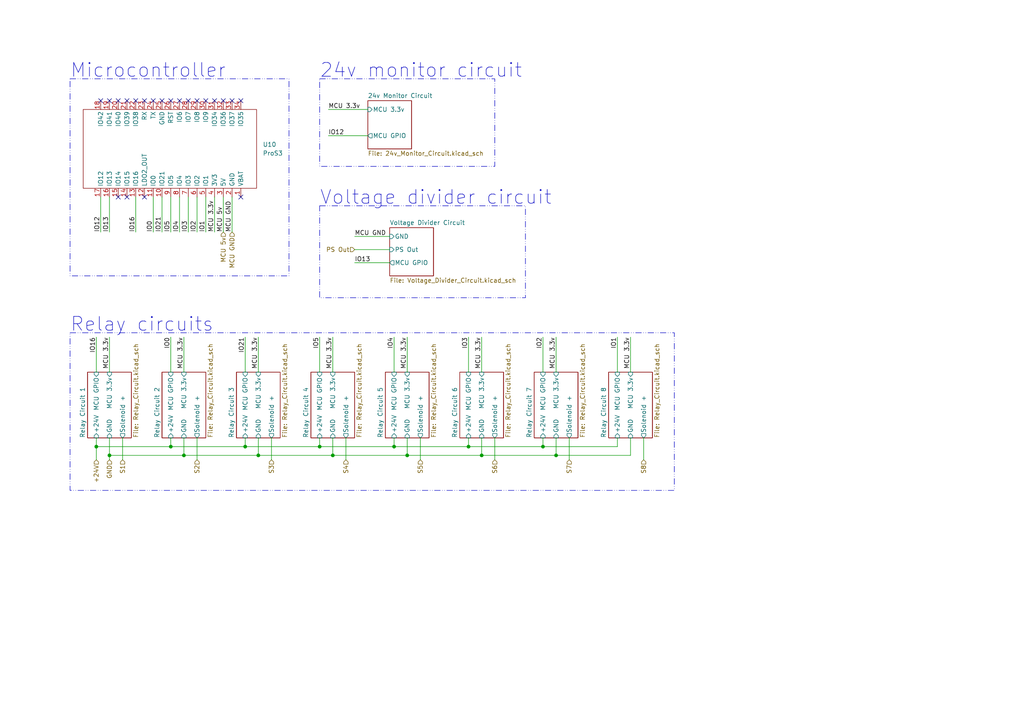
<source format=kicad_sch>
(kicad_sch (version 20230121) (generator eeschema)
  (paper "A4")
  (lib_symbols
    (symbol "ProS3:ProS3"
      (property "Reference" "U" (at 0 -28.956 0))
      (property "Value" "ProS3" (at -0.508 27.178 0))
      (symbol "ProS3_0_1"
        (rectangle (start -11.43 24.892) (end 11.43 -25.4) (stroke (width 0.1524)))
      )
      (symbol "ProS3_1_1"
        (pin power_in line (at 13.97 20.32 180) (length 2.54) (name "VBAT") (number "1"))
        (pin bidirectional line (at 13.97 -2.54 180) (length 2.54) (name "IO21") (number "10"))
        (pin bidirectional line (at 13.97 -5.08 180) (length 2.54) (name "IO0") (number "11"))
        (pin power_out line (at 13.97 -7.62 180) (length 2.54) (name "LDO2_OUT") (number "12"))
        (pin bidirectional line (at 13.97 -10.16 180) (length 2.54) (name "IO16") (number "13"))
        (pin bidirectional line (at 13.97 -12.7 180) (length 2.54) (name "IO15") (number "14"))
        (pin bidirectional line (at 13.97 -15.24 180) (length 2.54) (name "IO14") (number "15"))
        (pin bidirectional line (at 13.97 -17.78 180) (length 2.54) (name "IO13") (number "16"))
        (pin bidirectional line (at 13.97 -20.32 180) (length 2.54) (name "IO12") (number "17"))
        (pin bidirectional line (at -13.97 -20.32 0) (length 2.54) (name "IO42") (number "18"))
        (pin bidirectional line (at -13.97 -17.78 0) (length 2.54) (name "IO41") (number "19"))
        (pin power_in line (at 13.97 17.78 180) (length 2.54) (name "GND") (number "2"))
        (pin bidirectional line (at -13.97 -15.24 0) (length 2.54) (name "IO40") (number "20"))
        (pin bidirectional line (at -13.97 -12.7 0) (length 2.54) (name "IO39") (number "21"))
        (pin bidirectional line (at -13.97 -10.16 0) (length 2.54) (name "IO38") (number "22"))
        (pin bidirectional line (at -13.97 -7.62 0) (length 2.54) (name "RX") (number "23"))
        (pin bidirectional line (at -13.97 -5.08 0) (length 2.54) (name "TX") (number "24"))
        (pin power_in line (at -13.97 -2.54 0) (length 2.54) (name "GND") (number "25"))
        (pin input line (at -13.97 0 0) (length 2.54) (name "RST") (number "26"))
        (pin bidirectional line (at -13.97 2.54 0) (length 2.54) (name "IO6") (number "27"))
        (pin bidirectional line (at -13.97 5.08 0) (length 2.54) (name "IO7") (number "28"))
        (pin bidirectional line (at -13.97 7.62 0) (length 2.54) (name "IO8") (number "29"))
        (pin power_in line (at 13.97 15.24 180) (length 2.54) (name "5V") (number "3"))
        (pin bidirectional line (at -13.97 10.16 0) (length 2.54) (name "IO9") (number "30"))
        (pin bidirectional line (at -13.97 12.7 0) (length 2.54) (name "IO34") (number "31"))
        (pin bidirectional line (at -13.97 15.24 0) (length 2.54) (name "IO36") (number "32"))
        (pin bidirectional line (at -13.97 17.78 0) (length 2.54) (name "IO37") (number "33"))
        (pin bidirectional line (at -13.97 20.32 0) (length 2.54) (name "IO35") (number "34"))
        (pin bidirectional line (at 13.97 12.7 180) (length 2.54) (name "3V3") (number "4"))
        (pin bidirectional line (at 13.97 10.16 180) (length 2.54) (name "IO1") (number "5"))
        (pin bidirectional line (at 13.97 7.62 180) (length 2.54) (name "IO2") (number "6"))
        (pin bidirectional line (at 13.97 5.08 180) (length 2.54) (name "IO3") (number "7"))
        (pin bidirectional line (at 13.97 2.54 180) (length 2.54) (name "IO4") (number "8"))
        (pin bidirectional line (at 13.97 0 180) (length 2.54) (name "IO5") (number "9"))
      )
    )
  )
  (junction (at 161.29 132.08))
  (junction (at 135.89 129.54))
  (junction (at 157.48 129.54))
  (junction (at 96.52 132.08))
  (junction (at 27.94 129.54))
  (junction (at 118.11 132.08))
  (junction (at 49.53 129.54))
  (junction (at 92.71 129.54))
  (junction (at 139.7 132.08))
  (junction (at 114.3 129.54))
  (junction (at 71.12 129.54))
  (junction (at 74.93 132.08))
  (junction (at 53.34 132.08))
  (junction (at 31.75 132.08))
  (no_connect (at 64.77 29.21))
  (no_connect (at 54.61 29.21))
  (no_connect (at 57.15 29.21))
  (no_connect (at 67.31 29.21))
  (no_connect (at 46.99 29.21))
  (no_connect (at 69.85 57.15))
  (no_connect (at 31.75 29.21))
  (no_connect (at 29.21 29.21))
  (no_connect (at 39.37 29.21))
  (no_connect (at 41.91 57.15))
  (no_connect (at 36.83 57.15))
  (no_connect (at 44.45 29.21))
  (no_connect (at 69.85 29.21))
  (no_connect (at 34.29 57.15))
  (no_connect (at 41.91 29.21))
  (no_connect (at 34.29 29.21))
  (no_connect (at 49.53 29.21))
  (no_connect (at 62.23 29.21))
  (no_connect (at 59.69 29.21))
  (no_connect (at 36.83 29.21))
  (no_connect (at 52.07 29.21))
  (wire (pts (xy 102.87 76.2) (xy 113.03 76.2)))
  (wire (pts (xy 31.75 127) (xy 31.75 132.08)))
  (wire (pts (xy 53.34 97.79) (xy 53.34 107.95)))
  (wire (pts (xy 49.53 97.79) (xy 49.53 107.95)))
  (wire (pts (xy 143.51 127) (xy 143.51 133.35)))
  (wire (pts (xy 179.07 127) (xy 179.07 129.54)))
  (wire (pts (xy 53.34 127) (xy 53.34 132.08)))
  (wire (pts (xy 186.69 127) (xy 186.69 133.35)))
  (wire (pts (xy 139.7 132.08) (xy 161.29 132.08)))
  (wire (pts (xy 31.75 132.08) (xy 31.75 133.35)))
  (wire (pts (xy 179.07 97.79) (xy 179.07 107.95)))
  (wire (pts (xy 161.29 127) (xy 161.29 132.08)))
  (wire (pts (xy 96.52 127) (xy 96.52 132.08)))
  (wire (pts (xy 157.48 127) (xy 157.48 129.54)))
  (wire (pts (xy 135.89 127) (xy 135.89 129.54)))
  (wire (pts (xy 118.11 132.08) (xy 139.7 132.08)))
  (wire (pts (xy 74.93 132.08) (xy 96.52 132.08)))
  (wire (pts (xy 59.69 57.15) (xy 59.69 67.31)))
  (wire (pts (xy 71.12 127) (xy 71.12 129.54)))
  (wire (pts (xy 135.89 129.54) (xy 157.48 129.54)))
  (wire (pts (xy 114.3 127) (xy 114.3 129.54)))
  (wire (pts (xy 139.7 127) (xy 139.7 132.08)))
  (wire (pts (xy 27.94 97.79) (xy 27.94 107.95)))
  (wire (pts (xy 27.94 127) (xy 27.94 129.54)))
  (wire (pts (xy 35.56 127) (xy 35.56 133.35)))
  (wire (pts (xy 74.93 97.79) (xy 74.93 107.95)))
  (wire (pts (xy 92.71 127) (xy 92.71 129.54)))
  (wire (pts (xy 53.34 132.08) (xy 74.93 132.08)))
  (wire (pts (xy 71.12 97.79) (xy 71.12 107.95)))
  (wire (pts (xy 52.07 57.15) (xy 52.07 67.31)))
  (wire (pts (xy 92.71 129.54) (xy 114.3 129.54)))
  (wire (pts (xy 161.29 132.08) (xy 182.88 132.08)))
  (wire (pts (xy 114.3 129.54) (xy 135.89 129.54)))
  (wire (pts (xy 139.7 97.79) (xy 139.7 107.95)))
  (wire (pts (xy 39.37 57.15) (xy 39.37 67.31)))
  (wire (pts (xy 118.11 97.79) (xy 118.11 107.95)))
  (wire (pts (xy 71.12 129.54) (xy 92.71 129.54)))
  (wire (pts (xy 182.88 97.79) (xy 182.88 107.95)))
  (wire (pts (xy 182.88 127) (xy 182.88 132.08)))
  (wire (pts (xy 96.52 132.08) (xy 118.11 132.08)))
  (wire (pts (xy 92.71 97.79) (xy 92.71 107.95)))
  (wire (pts (xy 29.21 57.15) (xy 29.21 67.31)))
  (wire (pts (xy 49.53 127) (xy 49.53 129.54)))
  (wire (pts (xy 102.87 68.58) (xy 113.03 68.58)))
  (wire (pts (xy 78.74 127) (xy 78.74 133.35)))
  (wire (pts (xy 44.45 57.15) (xy 44.45 67.31)))
  (wire (pts (xy 74.93 127) (xy 74.93 132.08)))
  (wire (pts (xy 31.75 97.79) (xy 31.75 107.95)))
  (wire (pts (xy 95.25 39.37) (xy 106.68 39.37)))
  (wire (pts (xy 49.53 129.54) (xy 71.12 129.54)))
  (wire (pts (xy 46.99 57.15) (xy 46.99 67.31)))
  (wire (pts (xy 57.15 57.15) (xy 57.15 67.31)))
  (wire (pts (xy 100.33 127) (xy 100.33 133.35)))
  (wire (pts (xy 96.52 97.79) (xy 96.52 107.95)))
  (wire (pts (xy 67.31 57.15) (xy 67.31 67.31)))
  (wire (pts (xy 161.29 97.79) (xy 161.29 107.95)))
  (wire (pts (xy 118.11 127) (xy 118.11 132.08)))
  (wire (pts (xy 57.15 127) (xy 57.15 133.35)))
  (wire (pts (xy 95.25 31.75) (xy 106.68 31.75)))
  (wire (pts (xy 27.94 129.54) (xy 49.53 129.54)))
  (wire (pts (xy 27.94 129.54) (xy 27.94 133.35)))
  (wire (pts (xy 165.1 127) (xy 165.1 133.35)))
  (wire (pts (xy 114.3 97.79) (xy 114.3 107.95)))
  (wire (pts (xy 157.48 97.79) (xy 157.48 107.95)))
  (wire (pts (xy 121.92 127) (xy 121.92 133.35)))
  (wire (pts (xy 64.77 57.15) (xy 64.77 67.31)))
  (wire (pts (xy 135.89 97.79) (xy 135.89 107.95)))
  (wire (pts (xy 54.61 57.15) (xy 54.61 67.31)))
  (wire (pts (xy 31.75 57.15) (xy 31.75 67.31)))
  (wire (pts (xy 31.75 132.08) (xy 53.34 132.08)))
  (wire (pts (xy 102.87 72.39) (xy 113.03 72.39)))
  (wire (pts (xy 49.53 57.15) (xy 49.53 67.31)))
  (wire (pts (xy 157.48 129.54) (xy 179.07 129.54)))
  (wire (pts (xy 62.23 57.15) (xy 62.23 67.31)))
  (rectangle (start 92.71 22.86) (end 143.51 48.26) (stroke (width 0) (type dash_dot_dot)))
  (rectangle (start 20.32 22.86) (end 83.82 80.01) (stroke (width 0) (type dash_dot_dot)))
  (rectangle (start 20.32 96.52) (end 195.58 142.24) (stroke (width 0) (type dash_dot_dot)))
  (rectangle (start 92.71 59.69) (end 152.4 86.36) (stroke (width 0) (type dash_dot_dot)))
  (text "Microcontroller" (at 20.32 22.86 0) (effects (font (size 4 4)) (justify left bottom)))
  (text "24v monitor circuit" (at 92.71 22.86 0) (effects (font (size 4 4)) (justify left bottom)))
  (text "Relay circuits" (at 20.32 96.52 0) (effects (font (size 4 4)) (justify left bottom)))
  (text "Voltage divider circuit" (at 92.71 59.69 0) (effects (font (size 4 4)) (justify left bottom)))
  (label "MCU GND" (at 102.87 68.58 0))
  (label "IO12" (at 29.21 67.31 90))
  (label "IO21" (at 71.12 97.79 270))
  (label "IO5" (at 49.53 67.31 90))
  (label "IO4" (at 52.07 67.31 90))
  (label "IO12" (at 95.25 39.37 0))
  (label "MCU 3.3v" (at 118.11 97.79 270))
  (label "IO1" (at 179.07 97.79 270))
  (label "MCU 3.3v" (at 161.29 97.79 270))
  (label "IO0" (at 44.45 67.31 90))
  (label "IO4" (at 114.3 97.79 270))
  (label "IO3" (at 135.89 97.79 270))
  (label "IO13" (at 31.75 67.31 90))
  (label "MCU 3.3v" (at 182.88 97.79 270))
  (label "IO5" (at 92.71 97.79 270))
  (label "MCU 3.3v" (at 95.25 31.75 0))
  (label "MCU GND" (at 67.31 67.31 90))
  (label "MCU 3.3v" (at 74.93 97.79 270))
  (label "MCU 3.3v" (at 139.7 97.79 270))
  (label "IO0" (at 49.53 97.79 270))
  (label "IO21" (at 46.99 67.31 90))
  (label "IO1" (at 59.69 67.31 90))
  (label "IO13" (at 102.87 76.2 0))
  (label "MCU 3.3v" (at 53.34 97.79 270))
  (label "IO2" (at 57.15 67.31 90))
  (label "IO16" (at 27.94 97.79 270))
  (label "IO2" (at 157.48 97.79 270))
  (label "MCU 3.3v" (at 96.52 97.79 270))
  (label "IO16" (at 39.37 67.31 90))
  (label "MCU 3.3v" (at 62.23 67.31 90))
  (label "MCU 5v" (at 64.77 67.31 90))
  (label "MCU 3.3v" (at 31.75 97.79 270))
  (label "IO3" (at 54.61 67.31 90))
  (hierarchical_label "S2" (shape input) (at 57.15 133.35 270))
  (hierarchical_label "S5" (shape input) (at 121.92 133.35 270))
  (hierarchical_label "GND" (shape input) (at 31.75 133.35 270))
  (hierarchical_label "+24V" (shape input) (at 27.94 133.35 270))
  (hierarchical_label "MCU GND" (shape input) (at 67.31 67.31 270))
  (hierarchical_label "S1" (shape input) (at 35.56 133.35 270))
  (hierarchical_label "MCU 5v" (shape input) (at 64.77 67.31 270))
  (hierarchical_label "PS Out" (shape input) (at 102.87 72.39 180))
  (hierarchical_label "S8" (shape input) (at 186.69 133.35 270))
  (hierarchical_label "S4" (shape input) (at 100.33 133.35 270))
  (hierarchical_label "S7" (shape input) (at 165.1 133.35 270))
  (hierarchical_label "S3" (shape input) (at 78.74 133.35 270))
  (hierarchical_label "S6" (shape input) (at 143.51 133.35 270))
  (symbol (lib_id "ProS3:ProS3") (at 49.53 43.18 270) (unit 1)
    (property "Reference" "U10" (at 76.2 41.91 90) (effects (justify left)))
    (property "Value" "ProS3" (at 76.2 44.45 90) (effects (justify left)))
    (property "Footprint" "ProS3:ProS3_TH" (effects hide))
  )
  (sheet (at 68.58 107.95) (size 12.7 19.05) (stroke (width 0.1524))
    (property "Sheetname" "Relay Circuit 3" (at 67.8684 127 90) (effects (justify left bottom)))
    (property "Sheetfile" "Relay_Circuit.kicad_sch" (at 81.8646 127 90) (effects (justify left top)))
    (pin "MCU 3.3v" input (at 74.93 107.95 90))
    (pin "MCU GPIO" input (at 71.12 107.95 90))
    (pin "Solenoid +" output (at 78.74 127 270))
    (pin "GND" input (at 74.93 127 270))
    (pin "+24V" input (at 71.12 127 270))
  )
  (sheet (at 113.03 66.04) (size 12.7 13.97) (stroke (width 0.1524))
    (property "Sheetname" "Voltage Divider Circuit" (at 113.03 65.3284 0) (effects (justify left bottom)))
    (property "Sheetfile" "Voltage_Divider_Circuit.kicad_sch" (at 113.03 80.5946 0) (effects (justify left top)))
    (pin "GND" input (at 113.03 68.58 180))
    (pin "PS Out" input (at 113.03 72.39 180))
    (pin "MCU GPIO" output (at 113.03 76.2 180))
  )
  (sheet (at 106.68 29.21) (size 12.7 13.97) (stroke (width 0.1524))
    (property "Sheetname" "24v Monitor Circuit" (at 106.68 28.4984 0) (effects (justify left bottom)))
    (property "Sheetfile" "24v_Monitor_Circuit.kicad_sch" (at 106.68 43.7646 0) (effects (justify left top)))
    (pin "MCU 3.3v" input (at 106.68 31.75 180))
    (pin "MCU GPIO" output (at 106.68 39.37 180))
  )
  (sheet (at 133.35 107.95) (size 12.7 19.05) (stroke (width 0.1524))
    (property "Sheetname" "Relay Circuit 6" (at 132.6384 127 90) (effects (justify left bottom)))
    (property "Sheetfile" "Relay_Circuit.kicad_sch" (at 146.6346 127 90) (effects (justify left top)))
    (pin "MCU 3.3v" input (at 139.7 107.95 90))
    (pin "MCU GPIO" input (at 135.89 107.95 90))
    (pin "Solenoid +" output (at 143.51 127 270))
    (pin "GND" input (at 139.7 127 270))
    (pin "+24V" input (at 135.89 127 270))
  )
  (sheet (at 111.76 107.95) (size 12.7 19.05) (stroke (width 0.1524))
    (property "Sheetname" "Relay Circuit 5" (at 111.0484 127 90) (effects (justify left bottom)))
    (property "Sheetfile" "Relay_Circuit.kicad_sch" (at 125.0446 127 90) (effects (justify left top)))
    (pin "MCU 3.3v" input (at 118.11 107.95 90))
    (pin "MCU GPIO" input (at 114.3 107.95 90))
    (pin "Solenoid +" output (at 121.92 127 270))
    (pin "GND" input (at 118.11 127 270))
    (pin "+24V" input (at 114.3 127 270))
  )
  (sheet (at 25.4 107.95) (size 12.7 19.05) (stroke (width 0.1524))
    (property "Sheetname" "Relay Circuit 1" (at 24.6884 127 90) (effects (justify left bottom)))
    (property "Sheetfile" "Relay_Circuit.kicad_sch" (at 38.6846 127 90) (effects (justify left top)))
    (pin "MCU 3.3v" input (at 31.75 107.95 90))
    (pin "MCU GPIO" input (at 27.94 107.95 90))
    (pin "Solenoid +" output (at 35.56 127 270))
    (pin "GND" input (at 31.75 127 270))
    (pin "+24V" input (at 27.94 127 270))
  )
  (sheet (at 46.99 107.95) (size 12.7 19.05) (stroke (width 0.1524))
    (property "Sheetname" "Relay Circuit 2" (at 46.2784 127 90) (effects (justify left bottom)))
    (property "Sheetfile" "Relay_Circuit.kicad_sch" (at 60.2746 127 90) (effects (justify left top)))
    (pin "MCU 3.3v" input (at 53.34 107.95 90))
    (pin "MCU GPIO" input (at 49.53 107.95 90))
    (pin "Solenoid +" output (at 57.15 127 270))
    (pin "GND" input (at 53.34 127 270))
    (pin "+24V" input (at 49.53 127 270))
  )
  (sheet (at 154.94 107.95) (size 12.7 19.05) (stroke (width 0.1524))
    (property "Sheetname" "Relay Circuit 7" (at 154.2284 127 90) (effects (justify left bottom)))
    (property "Sheetfile" "Relay_Circuit.kicad_sch" (at 168.2246 127 90) (effects (justify left top)))
    (pin "MCU 3.3v" input (at 161.29 107.95 90))
    (pin "MCU GPIO" input (at 157.48 107.95 90))
    (pin "Solenoid +" output (at 165.1 127 270))
    (pin "GND" input (at 161.29 127 270))
    (pin "+24V" input (at 157.48 127 270))
  )
  (sheet (at 176.53 107.95) (size 12.7 19.05) (stroke (width 0.1524))
    (property "Sheetname" "Relay Circuit 8" (at 175.8184 127 90) (effects (justify left bottom)))
    (property "Sheetfile" "Relay_Circuit.kicad_sch" (at 189.8146 127 90) (effects (justify left top)))
    (pin "MCU 3.3v" input (at 182.88 107.95 90))
    (pin "MCU GPIO" input (at 179.07 107.95 90))
    (pin "Solenoid +" output (at 186.69 127 270))
    (pin "GND" input (at 182.88 127 270))
    (pin "+24V" input (at 179.07 127 270))
  )
  (sheet (at 90.17 107.95) (size 12.7 19.05) (stroke (width 0.1524))
    (property "Sheetname" "Relay Circuit 4" (at 89.4584 127 90) (effects (justify left bottom)))
    (property "Sheetfile" "Relay_Circuit.kicad_sch" (at 103.4546 127 90) (effects (justify left top)))
    (pin "MCU 3.3v" input (at 96.52 107.95 90))
    (pin "MCU GPIO" input (at 92.71 107.95 90))
    (pin "Solenoid +" output (at 100.33 127 270))
    (pin "GND" input (at 96.52 127 270))
    (pin "+24V" input (at 92.71 127 270))
  )
)
</source>
